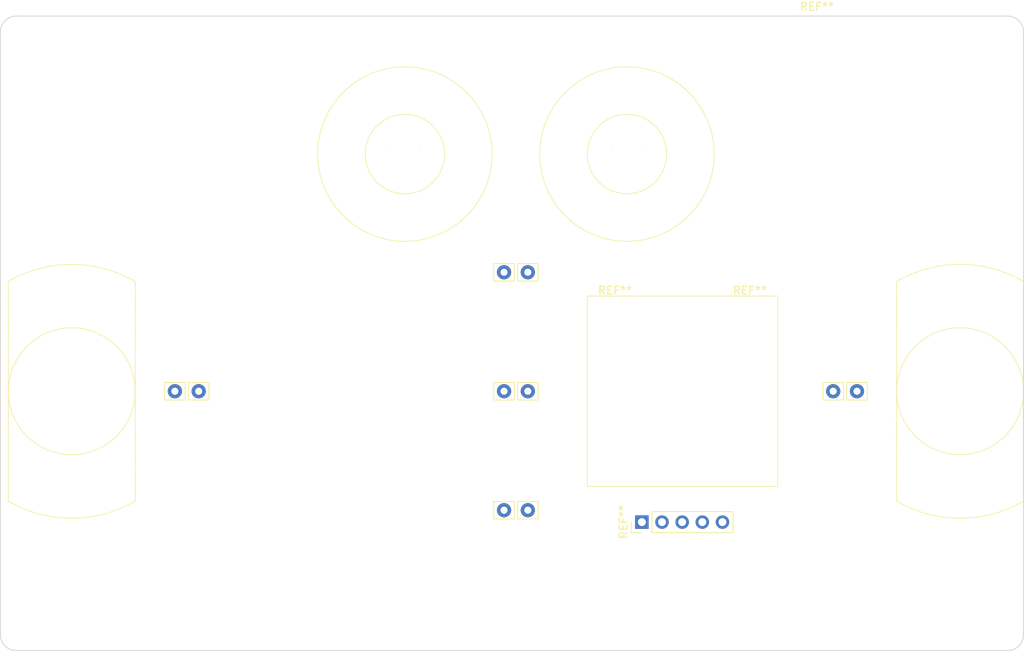
<source format=kicad_pcb>
(kicad_pcb (version 20221018) (generator pcbnew)
  (layers (0 "F.Cu" signal) (31 "B.Cu" signal) (34 "B.Paste" user) (35 "F.Paste" user) (36 "B.SilkS" user "B.Silkscreen") (37 "F.SilkS" user "F.Silkscreen") (38 "B.Mask" user) (39 "F.Mask" user) (44 "Edge.Cuts" user))
  (net 0 "")
  (footprint "MechanicalParts:flange-4mm-rod" (layer "F.Cu") (at 100.784 68.21)
    (fp_text reference "REF**" (at 0 -0.5 unlocked) (layer "F.SilkS") (effects (font (thickness 0.1))))
    (fp_text value "flange-4mm-rod")
    (fp_circle (center 0 0) (end 2 0) (stroke (width 0.1)) (fill none) (layer "F.SilkS"))
    (fp_circle (center 0 0) (end 5 0) (stroke (width 0.1)) (fill none) (layer "F.SilkS"))
    (fp_circle (center 0 0) (end 11 0) (stroke (width 0.1)) (fill none) (layer "F.SilkS"))
    (pad "" np_thru_hole circle (at -8 0) (size 3.1 3.1) (drill 3.1) (layers "F&B.Cu" "*.Mask"))
    (pad "" np_thru_hole circle (at 0 -8) (size 3.1 3.1) (drill 3.1) (layers "F&B.Cu" "*.Mask"))
    (pad "" np_thru_hole circle (at 0 0) (size 4.2 4.2) (drill 4.2) (layers "F&B.Cu" "*.Mask"))
    (pad "" np_thru_hole circle (at 0 8) (size 3.1 3.1) (drill 3.1) (layers "F&B.Cu" "*.Mask"))
    (pad "" np_thru_hole circle (at 8 0) (size 3.1 3.1) (drill 3.1) (layers "F&B.Cu" "*.Mask"))
  )
  (footprint "MountingHole:MountingHole_3.2mm_M3" (layer "F.Cu") (at 120.784 122.81)
    (fp_text reference "REF**" hide)
    (fp_text value "MountingHole_3.2mm_M3" hide)
    (pad "" np_thru_hole circle (at 0 0) (size 3.2 3.2) (drill 3.2) (layers "*.Cu" "*.Mask"))
  )
  (footprint "MountingHole:MountingHole_2.2mm_M2" (layer "F.Cu") (at 85.534 98.11)
    (fp_text reference "REF**" hide)
    (fp_text value "MountingHole_2.2mm_M2" hide)
    (pad "" np_thru_hole circle (at 0 0) (size 2.2 2.2) (drill 2.2) (layers "*.Cu" "*.Mask"))
  )
  (footprint "Connector_Pin:Pin_D0.9mm_L10.0mm_W2.4mm_FlatFork" (layer "F.Cu") (at 113.284 83.11)
    (fp_text reference "REF**" hide)
    (fp_text value "Pin_D0.9mm_L10.0mm_W2.4mm_FlatFork" hide)
    (fp_line (start -1.3 -1.1) (end -1.3 0.6) (stroke (width 0.12)) (layer "F.SilkS"))
    (fp_line (start -1.3 0.6) (end -1.3 1.1) (stroke (width 0.12)) (layer "F.SilkS"))
    (fp_line (start -1.3 1.1) (end 1.3 1.1) (stroke (width 0.12)) (layer "F.SilkS"))
    (fp_line (start 1.3 -1.1) (end -1.3 -1.1) (stroke (width 0.12)) (layer "F.SilkS"))
    (fp_line (start 1.3 1.1) (end 1.3 -1.1) (stroke (width 0.12)) (layer "F.SilkS"))
    (pad "1" thru_hole circle (at 0 0) (size 1.8 1.8) (drill 0.9) (layers "*.Cu" "*.Mask"))
  )
  (footprint "Connector_Pin:Pin_D0.9mm_L10.0mm_W2.4mm_FlatFork" (layer "F.Cu") (at 116.284 113.11)
    (fp_text reference "REF**" hide)
    (fp_text value "Pin_D0.9mm_L10.0mm_W2.4mm_FlatFork" hide)
    (fp_line (start -1.3 -1.1) (end -1.3 0.6) (stroke (width 0.12)) (layer "F.SilkS"))
    (fp_line (start -1.3 0.6) (end -1.3 1.1) (stroke (width 0.12)) (layer "F.SilkS"))
    (fp_line (start -1.3 1.1) (end 1.3 1.1) (stroke (width 0.12)) (layer "F.SilkS"))
    (fp_line (start 1.3 -1.1) (end -1.3 -1.1) (stroke (width 0.12)) (layer "F.SilkS"))
    (fp_line (start 1.3 1.1) (end 1.3 -1.1) (stroke (width 0.12)) (layer "F.SilkS"))
    (pad "1" thru_hole circle (at 0 0) (size 1.8 1.8) (drill 0.9) (layers "*.Cu" "*.Mask"))
  )
  (footprint "Connector_Pin:Pin_D0.9mm_L10.0mm_W2.4mm_FlatFork" (layer "F.Cu") (at 154.784 98.11)
    (fp_text reference "REF**" hide)
    (fp_text value "Pin_D0.9mm_L10.0mm_W2.4mm_FlatFork" hide)
    (fp_line (start -1.3 -1.1) (end -1.3 0.6) (stroke (width 0.12)) (layer "F.SilkS"))
    (fp_line (start -1.3 0.6) (end -1.3 1.1) (stroke (width 0.12)) (layer "F.SilkS"))
    (fp_line (start -1.3 1.1) (end 1.3 1.1) (stroke (width 0.12)) (layer "F.SilkS"))
    (fp_line (start 1.3 -1.1) (end -1.3 -1.1) (stroke (width 0.12)) (layer "F.SilkS"))
    (fp_line (start 1.3 1.1) (end 1.3 -1.1) (stroke (width 0.12)) (layer "F.SilkS"))
    (pad "1" thru_hole circle (at 0 0) (size 1.8 1.8) (drill 0.9) (layers "*.Cu" "*.Mask"))
  )
  (footprint "MechanicalParts:flange-half-8mm" (layer "F.Cu") (at 170.784 98.11)
    (fp_text reference "REF**" (at 0 -0.5 unlocked) (layer "F.SilkS") (effects (font (thickness 0.1))))
    (fp_text value "flange-half-8mm")
    (fp_line (start -8 0) (end -8.007002 13.857299) (stroke (width 0.1)) (layer "F.SilkS"))
    (fp_line (start -8 0) (end -7.997827 -13.839911) (stroke (width 0.1)) (layer "F.SilkS"))
    (fp_line (start 8 0) (end 8.010503 -13.831944) (stroke (width 0.1)) (layer "F.SilkS"))
    (fp_line (start 8 0) (end 8.014004 13.849932) (stroke (width 0.1)) (layer "F.SilkS"))
    (fp_arc (start -7.997827 -13.839911) (mid 0.007481 -15.984628) (end 8.010778 -13.832419) (stroke (width 0.1)) (layer "F.SilkS"))
    (fp_arc (start 8.015442 13.852418) (mid 0.004875 16.004274) (end -8.007002 13.857298) (stroke (width 0.1)) (layer "F.SilkS"))
    (fp_circle (center 0 0) (end 8 0) (stroke (width 0.1)) (fill none) (layer "F.SilkS"))
    (pad "" np_thru_hole circle (at 0 -12) (size 3.1 3.1) (drill 3.1) (layers "F&B.Cu" "*.Mask"))
    (pad "" np_thru_hole circle (at 0 0) (size 8.2 8.2) (drill 8.2) (layers "F&B.Cu" "*.Mask"))
    (pad "" np_thru_hole circle (at 0 12) (size 3.1 3.1) (drill 3.1) (layers "F&B.Cu" "*.Mask"))
  )
  (footprint "Connector_Pin:Pin_D0.9mm_L10.0mm_W2.4mm_FlatFork" (layer "F.Cu") (at 71.784 98.11)
    (fp_text reference "REF**" hide)
    (fp_text value "Pin_D0.9mm_L10.0mm_W2.4mm_FlatFork" hide)
    (fp_line (start -1.3 -1.1) (end -1.3 0.6) (stroke (width 0.12)) (layer "F.SilkS"))
    (fp_line (start -1.3 0.6) (end -1.3 1.1) (stroke (width 0.12)) (layer "F.SilkS"))
    (fp_line (start -1.3 1.1) (end 1.3 1.1) (stroke (width 0.12)) (layer "F.SilkS"))
    (fp_line (start 1.3 -1.1) (end -1.3 -1.1) (stroke (width 0.12)) (layer "F.SilkS"))
    (fp_line (start 1.3 1.1) (end 1.3 -1.1) (stroke (width 0.12)) (layer "F.SilkS"))
    (pad "1" thru_hole circle (at 0 0) (size 1.8 1.8) (drill 0.9) (layers "*.Cu" "*.Mask"))
  )
  (footprint "Connector_Pin:Pin_D0.9mm_L10.0mm_W2.4mm_FlatFork" (layer "F.Cu") (at 116.284 83.11)
    (fp_text reference "REF**" hide)
    (fp_text value "Pin_D0.9mm_L10.0mm_W2.4mm_FlatFork" hide)
    (fp_line (start -1.3 -1.1) (end -1.3 0.6) (stroke (width 0.12)) (layer "F.SilkS"))
    (fp_line (start -1.3 0.6) (end -1.3 1.1) (stroke (width 0.12)) (layer "F.SilkS"))
    (fp_line (start -1.3 1.1) (end 1.3 1.1) (stroke (width 0.12)) (layer "F.SilkS"))
    (fp_line (start 1.3 -1.1) (end -1.3 -1.1) (stroke (width 0.12)) (layer "F.SilkS"))
    (fp_line (start 1.3 1.1) (end 1.3 -1.1) (stroke (width 0.12)) (layer "F.SilkS"))
    (pad "1" thru_hole circle (at 0 0) (size 1.8 1.8) (drill 0.9) (layers "*.Cu" "*.Mask"))
  )
  (footprint "MechanicalParts:flange-half-8mm" (layer "F.Cu") (at 58.784 98.11)
    (fp_text reference "REF**" (at 0 -0.5 unlocked) (layer "F.SilkS") (effects (font (thickness 0.1))))
    (fp_text value "flange-half-8mm")
    (fp_line (start -8 0) (end -8.007002 13.857299) (stroke (width 0.1)) (layer "F.SilkS"))
    (fp_line (start -8 0) (end -7.997827 -13.839911) (stroke (width 0.1)) (layer "F.SilkS"))
    (fp_line (start 8 0) (end 8.010503 -13.831944) (stroke (width 0.1)) (layer "F.SilkS"))
    (fp_line (start 8 0) (end 8.014004 13.849932) (stroke (width 0.1)) (layer "F.SilkS"))
    (fp_arc (start -7.997827 -13.839911) (mid 0.007481 -15.984628) (end 8.010778 -13.832419) (stroke (width 0.1)) (layer "F.SilkS"))
    (fp_arc (start 8.015442 13.852418) (mid 0.004875 16.004274) (end -8.007002 13.857298) (stroke (width 0.1)) (layer "F.SilkS"))
    (fp_circle (center 0 0) (end 8 0) (stroke (width 0.1)) (fill none) (layer "F.SilkS"))
    (pad "" np_thru_hole circle (at 0 -12) (size 3.1 3.1) (drill 3.1) (layers "F&B.Cu" "*.Mask"))
    (pad "" np_thru_hole circle (at 0 0) (size 8.2 8.2) (drill 8.2) (layers "F&B.Cu" "*.Mask"))
    (pad "" np_thru_hole circle (at 0 12) (size 3.1 3.1) (drill 3.1) (layers "F&B.Cu" "*.Mask"))
  )
  (footprint "Connector_Pin:Pin_D0.9mm_L10.0mm_W2.4mm_FlatFork" (layer "F.Cu") (at 113.284 98.11)
    (fp_text reference "REF**" hide)
    (fp_text value "Pin_D0.9mm_L10.0mm_W2.4mm_FlatFork" hide)
    (fp_line (start -1.3 -1.1) (end -1.3 0.6) (stroke (width 0.12)) (layer "F.SilkS"))
    (fp_line (start -1.3 0.6) (end -1.3 1.1) (stroke (width 0.12)) (layer "F.SilkS"))
    (fp_line (start -1.3 1.1) (end 1.3 1.1) (stroke (width 0.12)) (layer "F.SilkS"))
    (fp_line (start 1.3 -1.1) (end -1.3 -1.1) (stroke (width 0.12)) (layer "F.SilkS"))
    (fp_line (start 1.3 1.1) (end 1.3 -1.1) (stroke (width 0.12)) (layer "F.SilkS"))
    (pad "1" thru_hole circle (at 0 0) (size 1.8 1.8) (drill 0.9) (layers "*.Cu" "*.Mask"))
  )
  (footprint "MountingHole:MountingHole_2.2mm_M2" (layer "F.Cu") (at 128.034 98.11)
    (fp_text reference "REF**" hide)
    (fp_text value "MountingHole_2.2mm_M2" hide)
    (pad "" np_thru_hole circle (at 0 0) (size 2.2 2.2) (drill 2.2) (layers "*.Cu" "*.Mask"))
  )
  (footprint "MountingHole:MountingHole_6.4mm_M6" (layer "F.Cu") (at 136.034 98.11)
    (fp_text reference "REF**" hide)
    (fp_text value "MountingHole_6.4mm_M6" hide)
    (pad "" np_thru_hole circle (at 0 0) (size 6.4 6.4) (drill 6.4) (layers "*.Cu" "*.Mask"))
  )
  (footprint "MountingHole:MountingHole_6.4mm_M6" (layer "F.Cu") (at 93.534 98.11)
    (fp_text reference "REF**" hide)
    (fp_text value "MountingHole_6.4mm_M6" hide)
    (pad "" np_thru_hole circle (at 0 0) (size 6.4 6.4) (drill 6.4) (layers "*.Cu" "*.Mask"))
  )
  (footprint "Connector_Pin:Pin_D0.9mm_L10.0mm_W2.4mm_FlatFork" (layer "F.Cu") (at 113.284 113.11)
    (fp_text reference "REF**" hide)
    (fp_text value "Pin_D0.9mm_L10.0mm_W2.4mm_FlatFork" hide)
    (fp_line (start -1.3 -1.1) (end -1.3 0.6) (stroke (width 0.12)) (layer "F.SilkS"))
    (fp_line (start -1.3 0.6) (end -1.3 1.1) (stroke (width 0.12)) (layer "F.SilkS"))
    (fp_line (start -1.3 1.1) (end 1.3 1.1) (stroke (width 0.12)) (layer "F.SilkS"))
    (fp_line (start 1.3 -1.1) (end -1.3 -1.1) (stroke (width 0.12)) (layer "F.SilkS"))
    (fp_line (start 1.3 1.1) (end 1.3 -1.1) (stroke (width 0.12)) (layer "F.SilkS"))
    (pad "1" thru_hole circle (at 0 0) (size 1.8 1.8) (drill 0.9) (layers "*.Cu" "*.Mask"))
  )
  (footprint "MountingHole:MountingHole_2.2mm_M2" (layer "F.Cu") (at 152.734 52.83)
    (fp_text reference "REF**" (at 0 -3.2) (layer "F.SilkS"))
    (fp_text value "MountingHole_2.2mm_M2" hide)
    (pad "" np_thru_hole circle (at 0 0) (size 2.2 2.2) (drill 2.2) (layers "*.Cu" "*.Mask"))
  )
  (footprint "Connector_Pin:Pin_D0.9mm_L10.0mm_W2.4mm_FlatFork" (layer "F.Cu") (at 157.784 98.11)
    (fp_text reference "REF**" hide)
    (fp_text value "Pin_D0.9mm_L10.0mm_W2.4mm_FlatFork" hide)
    (fp_line (start -1.3 -1.1) (end -1.3 0.6) (stroke (width 0.12)) (layer "F.SilkS"))
    (fp_line (start -1.3 0.6) (end -1.3 1.1) (stroke (width 0.12)) (layer "F.SilkS"))
    (fp_line (start -1.3 1.1) (end 1.3 1.1) (stroke (width 0.12)) (layer "F.SilkS"))
    (fp_line (start 1.3 -1.1) (end -1.3 -1.1) (stroke (width 0.12)) (layer "F.SilkS"))
    (fp_line (start 1.3 1.1) (end 1.3 -1.1) (stroke (width 0.12)) (layer "F.SilkS"))
    (pad "1" thru_hole circle (at 0 0) (size 1.8 1.8) (drill 0.9) (layers "*.Cu" "*.Mask"))
  )
  (footprint "MechanicalParts:flange-4mm-rod" (layer "F.Cu") (at 128.784 68.21)
    (fp_text reference "REF**" (at 0 -0.5 unlocked) (layer "F.SilkS") (effects (font (thickness 0.1))))
    (fp_text value "flange-4mm-rod")
    (fp_circle (center 0 0) (end 2 0) (stroke (width 0.1)) (fill none) (layer "F.SilkS"))
    (fp_circle (center 0 0) (end 5 0) (stroke (width 0.1)) (fill none) (layer "F.SilkS"))
    (fp_circle (center 0 0) (end 11 0) (stroke (width 0.1)) (fill none) (layer "F.SilkS"))
    (pad "" np_thru_hole circle (at -8 0) (size 3.1 3.1) (drill 3.1) (layers "F&B.Cu" "*.Mask"))
    (pad "" np_thru_hole circle (at 0 -8) (size 3.1 3.1) (drill 3.1) (layers "F&B.Cu" "*.Mask"))
    (pad "" np_thru_hole circle (at 0 0) (size 4.2 4.2) (drill 4.2) (layers "F&B.Cu" "*.Mask"))
    (pad "" np_thru_hole circle (at 0 8) (size 3.1 3.1) (drill 3.1) (layers "F&B.Cu" "*.Mask"))
    (pad "" np_thru_hole circle (at 8 0) (size 3.1 3.1) (drill 3.1) (layers "F&B.Cu" "*.Mask"))
  )
  (footprint "Connector_Pin:Pin_D0.9mm_L10.0mm_W2.4mm_FlatFork" (layer "F.Cu") (at 74.784 98.11)
    (fp_text reference "REF**" hide)
    (fp_text value "Pin_D0.9mm_L10.0mm_W2.4mm_FlatFork" hide)
    (fp_line (start -1.3 -1.1) (end -1.3 0.6) (stroke (width 0.12)) (layer "F.SilkS"))
    (fp_line (start -1.3 0.6) (end -1.3 1.1) (stroke (width 0.12)) (layer "F.SilkS"))
    (fp_line (start -1.3 1.1) (end 1.3 1.1) (stroke (width 0.12)) (layer "F.SilkS"))
    (fp_line (start 1.3 -1.1) (end -1.3 -1.1) (stroke (width 0.12)) (layer "F.SilkS"))
    (fp_line (start 1.3 1.1) (end 1.3 -1.1) (stroke (width 0.12)) (layer "F.SilkS"))
    (pad "1" thru_hole circle (at 0 0) (size 1.8 1.8) (drill 0.9) (layers "*.Cu" "*.Mask"))
  )
  (footprint "Connector_PinHeader_2.54mm:PinHeader_1x05_P2.54mm_Vertical" (layer "F.Cu") (at 130.664 114.61 90)
    (fp_text reference "REF**" (at 0 -2.33 90) (layer "F.SilkS"))
    (fp_text value "PinHeader_1x05_P2.54mm_Vertical" hide)
    (fp_line (start -1.33 -1.33) (end 0 -1.33) (stroke (width 0.12)) (layer "F.SilkS"))
    (fp_line (start -1.33 0) (end -1.33 -1.33) (stroke (width 0.12)) (layer "F.SilkS"))
    (fp_line (start -1.33 1.27) (end -1.33 11.49) (stroke (width 0.12)) (layer "F.SilkS"))
    (fp_line (start -1.33 1.27) (end 1.33 1.27) (stroke (width 0.12)) (layer "F.SilkS"))
    (fp_line (start -1.33 11.49) (end 1.33 11.49) (stroke (width 0.12)) (layer "F.SilkS"))
    (fp_line (start 1.33 1.27) (end 1.33 11.49) (stroke (width 0.12)) (layer "F.SilkS"))
    (pad "1" thru_hole rect (at 0 0 90) (size 1.7 1.7) (drill 1) (layers "*.Cu" "*.Mask"))
    (pad "2" thru_hole oval (at 0 2.54 90) (size 1.7 1.7) (drill 1) (layers "*.Cu" "*.Mask"))
    (pad "3" thru_hole oval (at 0 5.08 90) (size 1.7 1.7) (drill 1) (layers "*.Cu" "*.Mask"))
    (pad "4" thru_hole oval (at 0 7.62 90) (size 1.7 1.7) (drill 1) (layers "*.Cu" "*.Mask"))
    (pad "5" thru_hole oval (at 0 10.16 90) (size 1.7 1.7) (drill 1) (layers "*.Cu" "*.Mask"))
  )
  (footprint "MountingHole:MountingHole_3.2mm_M3" (layer "F.Cu") (at 127.284 89.61)
    (fp_text reference "REF**" (at 0 -4.2) (layer "F.SilkS"))
    (fp_text value "MountingHole_3.2mm_M3" hide)
    (pad "" np_thru_hole circle (at 0 0) (size 3.2 3.2) (drill 3.2) (layers "*.Cu" "*.Mask"))
  )
  (footprint "MountingHole:MountingHole_3.2mm_M3" (layer "F.Cu") (at 144.284 106.61)
    (fp_text reference "REF**" hide)
    (fp_text value "MountingHole_3.2mm_M3" hide)
    (pad "" np_thru_hole circle (at 0 0) (size 3.2 3.2) (drill 3.2) (layers "*.Cu" "*.Mask"))
  )
  (footprint "MountingHole:MountingHole_3.2mm_M3" (layer "F.Cu") (at 108.784 122.81)
    (fp_text reference "REF**" hide)
    (fp_text value "MountingHole_3.2mm_M3" hide)
    (pad "" np_thru_hole circle (at 0 0) (size 3.2 3.2) (drill 3.2) (layers "*.Cu" "*.Mask"))
  )
  (footprint "MountingHole:MountingHole_2.2mm_M2" (layer "F.Cu") (at 144.034 98.11)
    (fp_text reference "REF**" hide)
    (fp_text value "MountingHole_2.2mm_M2" hide)
    (pad "" np_thru_hole circle (at 0 0) (size 2.2 2.2) (drill 2.2) (layers "*.Cu" "*.Mask"))
  )
  (footprint "MountingHole:MountingHole_3.2mm_M3" (layer "F.Cu") (at 144.284 89.61)
    (fp_text reference "REF**" (at 0 -4.2) (layer "F.SilkS"))
    (fp_text value "MountingHole_3.2mm_M3" hide)
    (pad "" np_thru_hole circle (at 0 0) (size 3.2 3.2) (drill 3.2) (layers "*.Cu" "*.Mask"))
  )
  (footprint "MountingHole:MountingHole_2.2mm_M2" (layer "F.Cu") (at 101.534 98.11)
    (fp_text reference "REF**" hide)
    (fp_text value "MountingHole_2.2mm_M2" hide)
    (pad "" np_thru_hole circle (at 0 0) (size 2.2 2.2) (drill 2.2) (layers "*.Cu" "*.Mask"))
  )
  (footprint "MountingHole:MountingHole_3.2mm_M3" (layer "F.Cu") (at 127.284 106.61)
    (fp_text reference "REF**" hide)
    (fp_text value "MountingHole_3.2mm_M3" hide)
    (pad "" np_thru_hole circle (at 0 0) (size 3.2 3.2) (drill 3.2) (layers "*.Cu" "*.Mask"))
  )
  (footprint "Connector_Pin:Pin_D0.9mm_L10.0mm_W2.4mm_FlatFork" (layer "F.Cu") (at 116.284 98.11)
    (fp_text reference "REF**" hide)
    (fp_text value "Pin_D0.9mm_L10.0mm_W2.4mm_FlatFork" hide)
    (fp_line (start -1.3 -1.1) (end -1.3 0.6) (stroke (width 0.12)) (layer "F.SilkS"))
    (fp_line (start -1.3 0.6) (end -1.3 1.1) (stroke (width 0.12)) (layer "F.SilkS"))
    (fp_line (start -1.3 1.1) (end 1.3 1.1) (stroke (width 0.12)) (layer "F.SilkS"))
    (fp_line (start 1.3 -1.1) (end -1.3 -1.1) (stroke (width 0.12)) (layer "F.SilkS"))
    (fp_line (start 1.3 1.1) (end 1.3 -1.1) (stroke (width 0.12)) (layer "F.SilkS"))
    (pad "1" thru_hole circle (at 0 0) (size 1.8 1.8) (drill 0.9) (layers "*.Cu" "*.Mask"))
  )
  (footprint "MountingHole:MountingHole_2.2mm_M2" (layer "F.Cu") (at 152.734 82.17)
    (fp_text reference "REF**" hide)
    (fp_text value "MountingHole_2.2mm_M2" hide)
    (pad "" np_thru_hole circle (at 0 0) (size 2.2 2.2) (drill 2.2) (layers "*.Cu" "*.Mask"))
  )
  (gr_rect (start 123.784 86.11) (end 147.784 110.11) (stroke (width 0.1)) (fill none) (layer "F.SilkS"))
  (gr_arc (start 49.784 52.81) (mid 50.369786 51.395786) (end 51.784 50.81) (stroke (width 0.1)) (layer "Edge.Cuts"))
  (gr_line (start 51.784 50.81) (end 176.784 50.81) (stroke (width 0.1)) (layer "Edge.Cuts"))
  (gr_arc (start 176.784 50.81) (mid 178.198214 51.395786) (end 178.784 52.81) (stroke (width 0.1)) (layer "Edge.Cuts"))
  (gr_arc (start 51.784 130.81) (mid 50.369786 130.224214) (end 49.784 128.81) (stroke (width 0.1)) (layer "Edge.Cuts"))
  (gr_line (start 49.784 128.81) (end 49.784 52.81) (stroke (width 0.1)) (layer "Edge.Cuts"))
  (gr_line (start 178.784 52.81) (end 178.784 128.81) (stroke (width 0.1)) (layer "Edge.Cuts"))
  (gr_line (start 176.784 130.81) (end 51.784 130.81) (stroke (width 0.1)) (layer "Edge.Cuts"))
  (gr_arc (start 178.784 128.81) (mid 178.198214 130.224214) (end 176.784 130.81) (stroke (width 0.1)) (layer "Edge.Cuts"))
)
</source>
